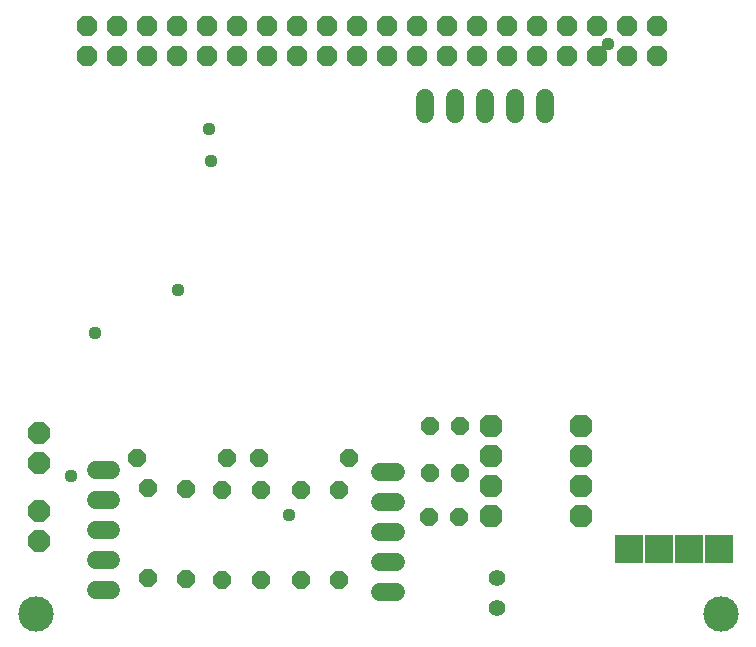
<source format=gbs>
G75*
%MOIN*%
%OFA0B0*%
%FSLAX25Y25*%
%IPPOS*%
%LPD*%
%AMOC8*
5,1,8,0,0,1.08239X$1,22.5*
%
%ADD10C,0.11824*%
%ADD11OC8,0.06800*%
%ADD12OC8,0.07400*%
%ADD13OC8,0.06000*%
%ADD14R,0.09400X0.09400*%
%ADD15OC8,0.07600*%
%ADD16C,0.05556*%
%ADD17C,0.06000*%
%ADD18C,0.04400*%
D10*
X0023273Y0017548D03*
X0251619Y0017548D03*
D11*
X0230281Y0203375D03*
X0220281Y0203375D03*
X0210281Y0203375D03*
X0200281Y0203375D03*
X0190281Y0203375D03*
X0180281Y0203375D03*
X0170281Y0203375D03*
X0160281Y0203375D03*
X0150281Y0203375D03*
X0140281Y0203375D03*
X0130281Y0203375D03*
X0120281Y0203375D03*
X0110281Y0203375D03*
X0100281Y0203375D03*
X0090281Y0203375D03*
X0080281Y0203375D03*
X0070281Y0203375D03*
X0060281Y0203375D03*
X0050281Y0203375D03*
X0040281Y0203375D03*
X0040281Y0213375D03*
X0050281Y0213375D03*
X0060281Y0213375D03*
X0070281Y0213375D03*
X0080281Y0213375D03*
X0090281Y0213375D03*
X0100281Y0213375D03*
X0110281Y0213375D03*
X0120281Y0213375D03*
X0130281Y0213375D03*
X0140281Y0213375D03*
X0150281Y0213375D03*
X0160281Y0213375D03*
X0170281Y0213375D03*
X0180281Y0213375D03*
X0190281Y0213375D03*
X0200281Y0213375D03*
X0210281Y0213375D03*
X0220281Y0213375D03*
X0230281Y0213375D03*
D12*
X0024218Y0077863D03*
X0024218Y0067863D03*
X0024375Y0051682D03*
X0024375Y0041682D03*
D13*
X0056934Y0069398D03*
X0060832Y0059359D03*
X0073430Y0059162D03*
X0085438Y0058847D03*
X0086934Y0069398D03*
X0097564Y0069398D03*
X0098470Y0058729D03*
X0111816Y0058729D03*
X0124218Y0058690D03*
X0127564Y0069398D03*
X0154651Y0064517D03*
X0164651Y0064517D03*
X0164454Y0049674D03*
X0154454Y0049674D03*
X0124218Y0028690D03*
X0111816Y0028729D03*
X0098470Y0028729D03*
X0085438Y0028847D03*
X0073430Y0029162D03*
X0060832Y0029359D03*
X0154848Y0080225D03*
X0164848Y0080225D03*
D14*
X0220911Y0039220D03*
X0230911Y0039220D03*
X0240911Y0039220D03*
X0250911Y0039220D03*
D15*
X0204887Y0050265D03*
X0204887Y0060265D03*
X0204887Y0070265D03*
X0204887Y0080265D03*
X0174887Y0080265D03*
X0174887Y0070265D03*
X0174887Y0060265D03*
X0174887Y0050265D03*
D16*
X0177053Y0029556D03*
X0177053Y0019556D03*
D17*
X0143196Y0024713D02*
X0137996Y0024713D01*
X0137996Y0034713D02*
X0143196Y0034713D01*
X0143196Y0044713D02*
X0137996Y0044713D01*
X0137996Y0054713D02*
X0143196Y0054713D01*
X0143196Y0064713D02*
X0137996Y0064713D01*
X0048511Y0065501D02*
X0043311Y0065501D01*
X0043311Y0055501D02*
X0048511Y0055501D01*
X0048511Y0045501D02*
X0043311Y0045501D01*
X0043311Y0035501D02*
X0048511Y0035501D01*
X0048511Y0025501D02*
X0043311Y0025501D01*
X0152879Y0184239D02*
X0152879Y0189439D01*
X0162879Y0189439D02*
X0162879Y0184239D01*
X0172879Y0184239D02*
X0172879Y0189439D01*
X0182879Y0189439D02*
X0182879Y0184239D01*
X0192879Y0184239D02*
X0192879Y0189439D01*
D18*
X0213925Y0207600D03*
X0080873Y0179231D03*
X0081810Y0168357D03*
X0070525Y0125400D03*
X0042925Y0111000D03*
X0035125Y0063600D03*
X0107725Y0050400D03*
M02*

</source>
